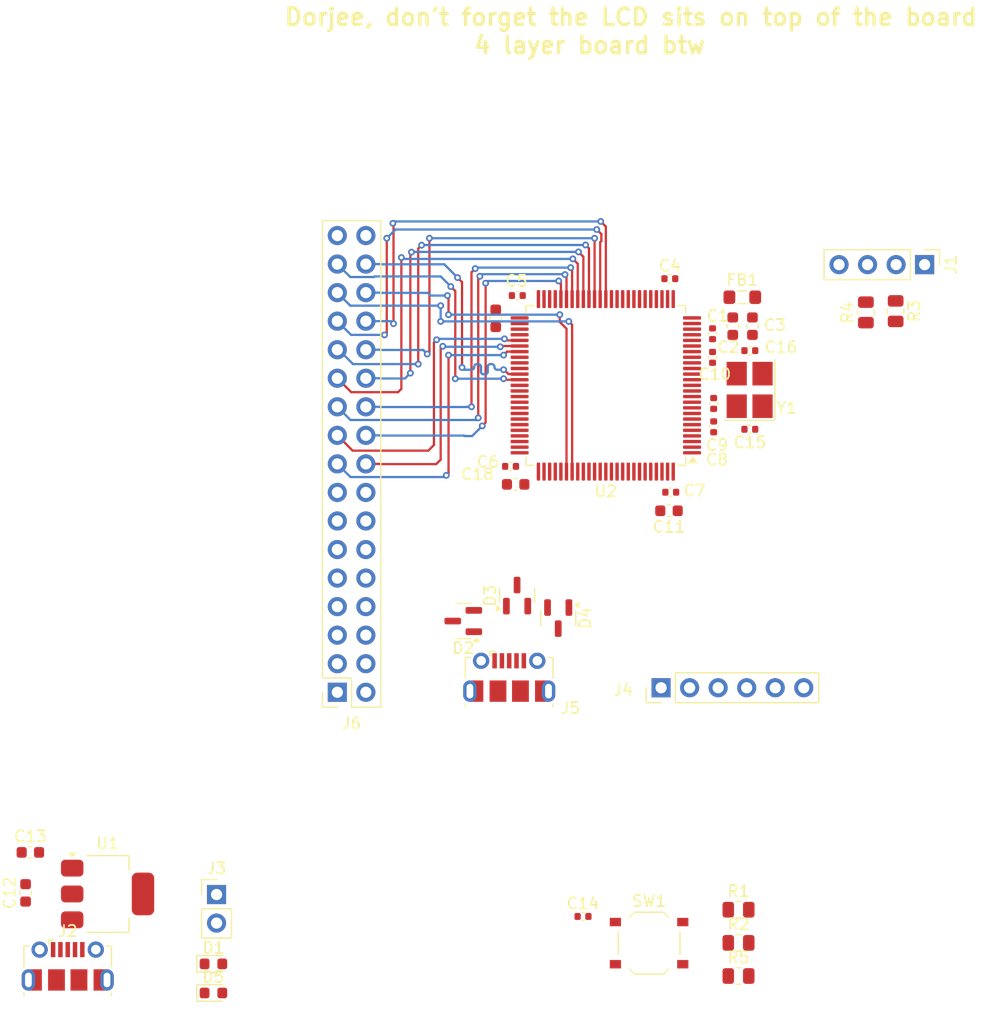
<source format=kicad_pcb>
(kicad_pcb (version 20241229) (generator "pcbnew") (generator_version "9.0")
  (layers (0 "F.Cu" signal) (4 "In1.Cu" signal) (6 "In2.Cu" signal) (2 "B.Cu" power) (13 "F.Paste" user) (15 "B.Paste" user) (5 "F.SilkS" user "F.Silkscreen") (7 "B.SilkS" user "B.Silkscreen") (1 "F.Mask" user) (3 "B.Mask" user) (25 "Edge.Cuts" user))
  (net 0 "")
  (net 1 "GND")
  (net 2 "+3.3VA")
  (net 3 "+3.3V")
  (net 4 "+5V")
  (net 5 "/SWD_NRST")
  (net 6 "/HSE_IN")
  (net 7 "/HSE_OUT")
  (net 8 "/VCAP1")
  (net 9 "/VCAP2")
  (net 10 "Net-(D1-K)")
  (net 11 "/USB_OTG_FS_VBUS")
  (net 12 "/USB_OTG_FS_D-")
  (net 13 "/USB_OTG_FS_D+")
  (net 14 "Net-(D5-A)")
  (net 15 "/USART2_RX")
  (net 16 "/USART2_TX")
  (net 26 "/SWDIO")
  (net 36 "/FMC_A16")
  (net 38 "/FMC_NOE")
  (net 39 "/LCD_NRST")
  (net 40 "/FMC_D12")
  (net 42 "/FMC_D14")
  (net 43 "/FMC_D13")
  (net 44 "/FMC_D9")
  (net 45 "/FMC_D6")
  (net 46 "/TP_SDI")
  (net 47 "/FMC_D8")
  (net 48 "/TP_IRQ")
  (net 49 "/FMC_NE1")
  (net 50 "/FMC_D7")
  (net 51 "/FMC_D3")
  (net 52 "/FMC_D15")
  (net 53 "/TP_SCK")
  (net 55 "/TP_CS")
  (net 56 "/FMC_D5")
  (net 57 "/BL_PWM")
  (net 58 "/FMC_D1")
  (net 59 "/TP_SDO")
  (net 60 "/FMC_D4")
  (net 61 "/FMC_D11")
  (net 62 "/FMC_D10")
  (net 63 "/FMC_D2")
  (net 64 "/FMC_NWE")
  (net 65 "/FMC_D0")
  (net 66 "/BOOT0")
  (net 67 "Net-(U2-PC9)")
  (net 109 "/SWDO")
  (net 110 "/SWDCLK")
  (net 113 "Net-(J1-Pin_3)")
  (net 114 "Net-(J1-Pin_2)")
  (footprint "Capacitor_SMD:C_0402_1005Metric" (layer "F.Cu") (at 192.5 77.5 -90)
    (property "Reference" "C9")
    (property "Value" "100n")
  )
  (footprint "Capacitor_SMD:C_0603_1608Metric" (layer "F.Cu") (at 131.675 117.45)
    (property "Reference" "C13")
    (property "Value" "22u")
  )
  (footprint "Button_Switch_SMD:SW_Push_1P1T_XKB_TS-1187A" (layer "F.Cu") (at 186.75 125.525)
    (property "Reference" "SW1")
    (property "Value" "SW_Push")
  )
  (footprint "Resistor_SMD:R_0805_2012Metric" (layer "F.Cu") (at 208.7 69.2875 -90)
    (property "Reference" "R3")
    (property "Value" "220R")
  )
  (footprint "Connector_USB:USB_Micro-B_Molex-105017-0001" (layer "F.Cu") (at 174.3 101.8625)
    (property "Reference" "J5")
    (property "Value" "USB_B_Micro")
  )
  (footprint "Capacitor_SMD:C_0402_1005Metric" (layer "F.Cu") (at 195.72 79.8 180)
    (property "Reference" "C15")
    (property "Value" "10p")
  )
  (footprint "Resistor_SMD:R_0805_2012Metric" (layer "F.Cu") (at 194.7125 125.5)
    (property "Reference" "R2")
    (property "Value" "10k")
  )
  (footprint "Resistor_SMD:R_0805_2012Metric" (layer "F.Cu") (at 194.7125 128.45)
    (property "Reference" "R5")
    (property "Value" "1k")
  )
  (footprint "Crystal:Crystal_SMD_3225-4Pin_3.2x2.5mm_HandSoldering" (layer "F.Cu") (at 195.7 76.3 90)
    (property "Reference" "Y1")
    (property "Value" "16MHz")
  )
  (footprint "Capacitor_SMD:C_0603_1608Metric" (layer "F.Cu") (at 194.2 70.625 -90)
    (property "Reference" "C2")
    (property "Value" "10u")
  )
  (footprint "Capacitor_SMD:C_0603_1608Metric" (layer "F.Cu") (at 131.25 121.05 90)
    (property "Reference" "C12")
    (property "Value" "22u")
  )
  (footprint "LED_SMD:LED_0603_1608Metric" (layer "F.Cu") (at 147.97 127.37)
    (property "Reference" "D1")
    (property "Value" "RED")
  )
  (footprint "Capacitor_SMD:C_0402_1005Metric" (layer "F.Cu") (at 180.87 123.15)
    (property "Reference" "C14")
    (property "Value" "100n")
  )
  (footprint "Capacitor_SMD:C_0402_1005Metric" (layer "F.Cu") (at 192.5 79.58 90)
    (property "Reference" "C8")
    (property "Value" "100n")
  )
  (footprint "Package_TO_SOT_SMD:SOT-23" (layer "F.Cu") (at 170.2125 96.8625 180)
    (property "Reference" "D2")
    (property "Value" "P6SMB6.8")
  )
  (footprint "Capacitor_SMD:C_0402_1005Metric" (layer "F.Cu") (at 195.72 72.8)
    (property "Reference" "C16")
    (property "Value" "10p")
  )
  (footprint "Capacitor_SMD:C_0603_1608Metric" (layer "F.Cu") (at 174.875 84.7 180)
    (property "Reference" "C18")
    (property "Value" "2u2")
  )
  (footprint "LED_SMD:LED_0603_1608Metric" (layer "F.Cu") (at 147.97 129.96)
    (property "Reference" "D5")
    (property "Value" "GREEN")
  )
  (footprint "Package_TO_SOT_SMD:SOT-23" (layer "F.Cu") (at 178.6625 96.6 -90)
    (property "Reference" "D4")
    (property "Value" "P6SMB6.8")
  )
  (footprint "Capacitor_SMD:C_0402_1005Metric" (layer "F.Cu") (at 175.02 67.9 180)
    (property "Reference" "C5")
    (property "Value" "100n")
  )
  (footprint "Connector_USB:USB_Micro-B_Molex-105017-0001" (layer "F.Cu") (at 135 127.5625)
    (property "Reference" "J2")
    (property "Value" "USB_B_Micro")
  )
  (footprint "Package_QFP:LQFP-100_14x14mm_P0.5mm" (layer "F.Cu") (at 182.9 75.89 180)
    (property "Reference" "U2")
    (property "Value" "STM32F429VITx")
  )
  (footprint "Package_TO_SOT_SMD:SOT-223-3_TabPin2" (layer "F.Cu") (at 138.55 121.15)
    (property "Reference" "U1")
    (property "Value" "AMS1117-3.3")
  )
  (footprint "Capacitor_SMD:C_0402_1005Metric" (layer "F.Cu") (at 188.6 66.4)
    (property "Reference" "C4")
    (property "Value" "100n")
  )
  (footprint "Capacitor_SMD:C_0402_1005Metric" (layer "F.Cu") (at 192.4 71.3 -90)
    (property "Reference" "C1")
    (property "Value" "100n")
  )
  (footprint "Connector_PinHeader_2.54mm:PinHeader_1x02_P2.54mm_Vertical" (layer "F.Cu") (at 148.25 121.2)
    (property "Reference" "J3")
    (property "Value" "Conn_01x02")
  )
  (footprint "Capacitor_SMD:C_0402_1005Metric" (layer "F.Cu") (at 188.68 85.4 180)
    (property "Reference" "C7")
    (property "Value" "100n")
  )
  (footprint "Connector_PinHeader_2.54mm:PinHeader_1x06_P2.54mm_Vertical" (layer "F.Cu") (at 187.82 102.8 90)
    (property "Reference" "J4")
    (property "Value" "Conn_01x06")
  )
  (footprint "Connector_PinHeader_2.54mm:PinHeader_1x04_P2.54mm_Vertical" (layer "F.Cu") (at 211.28 65.15 -90)
    (property "Reference" "J1")
    (property "Value" "Conn_01x04")
  )
  (footprint "Capacitor_SMD:C_0402_1005Metric" (layer "F.Cu") (at 174.42 83.1 180)
    (property "Reference" "C6")
    (property "Value" "100n")
  )
  (footprint "Capacitor_SMD:C_0402_1005Metric" (layer "F.Cu") (at 192.4 73.4 90)
    (property "Reference" "C10")
    (property "Value" "100n")
  )
  (footprint "Capacitor_SMD:C_0603_1608Metric" (layer "F.Cu") (at 195.95 70.625 -90)
    (property "Reference" "C3")
    (property "Value" "1u")
  )
  (footprint "Inductor_SMD:L_0805_2012Metric_Pad1.05x1.20mm_HandSolder" (layer "F.Cu") (at 195.05 68.05)
    (property "Reference" "FB1")
    (property "Value" "120R")
  )
  (footprint "Capacitor_SMD:C_0603_1608Metric" (layer "F.Cu") (at 188.525 87.05 180)
    (property "Reference" "C11")
    (property "Value" "10u")
  )
  (footprint "Package_TO_SOT_SMD:SOT-23" (layer "F.Cu") (at 175 94.6 90)
    (property "Reference" "D3")
    (property "Value" "P6SMB6.8")
  )
  (footprint "Capacitor_SMD:C_0603_1608Metric" (layer "F.Cu") (at 173.1 69.925 -90)
    (property "Reference" "C17" (hide yes))
    (property "Value" "2u2" (hide yes))
  )
  (footprint "Resistor_SMD:R_0805_2012Metric" (layer "F.Cu") (at 206.05 69.4 90)
    (property "Reference" "R4")
    (property "Value" "220R")
  )
  (footprint "Resistor_SMD:R_0805_2012Metric" (layer "F.Cu") (at 194.7125 122.55)
    (property "Reference" "R1")
    (property "Value" "1k")
  )
  (footprint "Connector_PinSocket_2.54mm:PinSocket_2x17_P2.54mm_Vertical" (layer "F.Cu") (at 159 103.2 180)
    (property "Reference" "J6")
    (property "Value" "2x17 odd-even connector")
  )
  (gr_text "4 layer board btw\n" (at 171 46.5 0) (layer "F.SilkS") (effects (font (size 1.5 1.5) (thickness 0.3) (bold yes)) (justify left bottom)))
  (gr_text "Dorjee, don't forget the LCD sits on top of the board" (at 154.15 44 0) (layer "F.SilkS") (effects (font (size 1.5 1.5) (thickness 0.3) (bold yes)) (justify left bottom)))
  (segment (start 178.9 68.215) (end 178.9 66.8) (width 0.2) (layer "F.Cu") (net 40))
  (segment (start 172.2 79.2) (end 171.9 79.5) (width 0.2) (layer "F.Cu") (net 40))
  (segment (start 178.9 66.8) (end 178.7 66.6) (width 0.2) (layer "F.Cu") (net 40))
  (segment (start 172.2 66.8) (end 172.2 79.2) (width 0.2) (layer "F.Cu") (net 40))
  (via (at 172.2 66.8) (size 0.6) (drill 0.3) (layers "F.Cu" "B.Cu") (net 40))
  (via (at 171.9 79.5) (size 0.6) (drill 0.3) (layers "F.Cu" "B.Cu") (net 40))
  (via (at 178.7 66.6) (size 0.6) (drill 0.3) (layers "F.Cu" "B.Cu") (net 40))
  (segment (start 162.8 80.36) (end 162.78 80.34) (width 0.2) (layer "B.Cu") (net 40))
  (segment (start 171.9 79.5) (end 171 80.4) (width 0.2) (layer "B.Cu") (net 40))
  (segment (start 170.26 80.36) (end 162.8 80.36) (width 0.2) (layer "B.Cu") (net 40))
  (segment (start 170.3 80.4) (end 170.26 80.36) (width 0.2) (layer "B.Cu") (net 40))
  (segment (start 172.4 66.6) (end 172.2 66.8) (width 0.2) (layer "B.Cu") (net 40))
  (segment (start 162.78 80.34) (end 161.54 80.34) (width 0.2) (layer "B.Cu") (net 40))
  (segment (start 178.7 66.6) (end 172.4 66.6) (width 0.2) (layer "B.Cu") (net 40))
  (segment (start 171 80.4) (end 170.3 80.4) (width 0.2) (layer "B.Cu") (net 40))
  (segment (start 168.199 72.603405) (end 168.199 82.501) (width 0.2) (layer "F.Cu") (net 42))
  (segment (start 175.225 72.39) (end 173.570103 72.39) (width 0.2) (layer "F.Cu") (net 42))
  (segment (start 162.8 82.9) (end 162.78 82.88) (width 0.2) (layer "F.Cu") (net 42))
  (segment (start 167.8 82.9) (end 162.8 82.9) (width 0.2) (layer "F.Cu") (net 42))
  (segment (start 162.78 82.88) (end 161.54 82.88) (width 0.2) (layer "F.Cu") (net 42))
  (segment (start 168.199 82.501) (end 167.8 82.9) (width 0.2) (layer "F.Cu") (net 42))
  (segment (start 173.570103 72.39) (end 173.502887 72.457216) (width 0.2) (layer "F.Cu") (net 42))
  (segment (start 168.388401 72.414004) (end 168.199 72.603405) (width 0.2) (layer "F.Cu") (net 42))
  (via (at 173.502887 72.457216) (size 0.6) (drill 0.3) (layers "F.Cu" "B.Cu") (net 42))
  (via (at 168.388401 72.414004) (size 0.6) (drill 0.3) (layers "F.Cu" "B.Cu") (net 42))
  (segment (start 173.502887 72.457216) (end 168.431613 72.457216) (width 0.2) (layer "B.Cu") (net 42))
  (segment (start 168.431613 72.457216) (end 168.388401 72.414004) (width 0.2) (layer "B.Cu") (net 42))
  (segment (start 175.225 71.89) (end 174.017995 71.89) (width 0.2) (layer "F.Cu") (net 43))
  (segment (start 167.6 72.071399) (end 167.6 81.2) (width 0.2) (layer "F.Cu") (net 43))
  (segment (start 167.6 81.2) (end 167.1 81.7) (width 0.2) (layer "F.Cu") (net 43))
  (segment (start 167.837342 71.834057) (end 167.6 72.071399) (width 0.2) (layer "F.Cu") (net 43))
  (segment (start 160.36 81.7) (end 159 80.34) (width 0.2) (layer "F.Cu") (net 43))
  (segment (start 167.1 81.7) (end 160.36 81.7) (width 0.2) (layer "F.Cu") (net 43))
  (segment (start 174.017995 71.89) (end 173.87929 71.751295) (width 0.2) (layer "F.Cu") (net 43))
  (via (at 173.87929 71.751295) (size 0.6) (drill 0.3) (layers "F.Cu" "B.Cu") (net 43))
  (via (at 167.837342 71.834057) (size 0.6) (drill 0.3) (layers "F.Cu" "B.Cu") (net 43))
  (segment (start 173.87929 71.751295) (end 167.920104 71.751295) (width 0.2) (layer "B.Cu") (net 43))
  (segment (start 167.920104 71.751295) (end 167.837342 71.834057) (width 0.2) (layer "B.Cu") (net 43))
  (segment (start 180.4 65.071676) (end 179.966207 64.637883) (width 0.2) (layer "F.Cu") (net 44))
  (segment (start 164.4 76.5) (end 160.24 76.5) (width 0.2) (layer "F.Cu") (net 44))
  (segment (start 180.4 68.215) (end 180.4 65.071676) (width 0.2) (layer "F.Cu") (net 44))
  (segment (start 160.24 76.5) (end 159 75.26) (width 0.2) (layer "F.Cu") (net 44))
  (segment (start 164.7 64.52) (end 164.7 76.2) (width 0.2) (layer "F.Cu") (net 44))
  (segment (start 164.7 76.2) (end 164.4 76.5) (width 0.2) (layer "F.Cu") (net 44))
  (via (at 164.7 64.52) (size 0.6) (drill 0.3) (layers "F.Cu" "B.Cu") (net 44))
  (via (at 179.966207 64.637883) (size 0.6) (drill 0.3) (layers "F.Cu" "B.Cu") (net 44))
  (segment (start 164.817883 64.637883) (end 164.7 64.52) (width 0.2) (layer "B.Cu") (net 44))
  (segment (start 179.966207 64.637883) (end 164.817883 64.637883) (width 0.2) (layer "B.Cu") (net 44))
  (segment (start 181.9 68.215) (end 181.9 62.8) (width 0.2) (layer "F.Cu") (net 45))
  (segment (start 167.2 62.8) (end 167.2 72.9) (width 0.2) (layer "F.Cu") (net 45))
  (segment (start 167.2 72.9) (end 167 73.1) (width 0.2) (layer "F.Cu") (net 45))
  (via (at 181.9 62.8) (size 0.6) (drill 0.3) (layers "F.Cu" "B.Cu") (net 45))
  (via (at 167 73.1) (size 0.6) (drill 0.3) (layers "F.Cu" "B.Cu") (net 45))
  (via (at 167.2 62.8) (size 0.6) (drill 0.3) (layers "F.Cu" "B.Cu") (net 45))
  (segment (start 162.8 72.74) (end 162.78 72.72) (width 0.2) (layer "B.Cu") (net 45))
  (segment (start 166.64 72.74) (end 162.8 72.74) (width 0.2) (layer "B.Cu") (net 45))
  (segment (start 162.78 72.72) (end 161.54 72.72) (width 0.2) (layer "B.Cu") (net 45))
  (segment (start 181.9 62.8) (end 167.2 62.8) (width 0.2) (layer "B.Cu") (net 45))
  (segment (start 167 73.1) (end 166.64 72.74) (width 0.2) (layer "B.Cu") (net 45))
  (segment (start 180.9 68.215) (end 180.9 64.446737) (width 0.2) (layer "F.Cu") (net 47))
  (segment (start 180.9 64.446737) (end 180.468423 64.01516) (width 0.2) (layer "F.Cu") (net 47))
  (segment (start 165.5 64.137883) (end 165.5 74.8) (width 0.2) (layer "F.Cu") (net 47))
  (segment (start 165.6 64.037883) (end 165.5 64.137883) (width 0.2) (layer "F.Cu") (net 47))
  (via (at 165.6 64.037883) (size 0.6) (drill 0.3) (layers "F.Cu" "B.Cu") (net 47))
  (via (at 180.468423 64.01516) (size 0.6) (drill 0.3) (layers "F.Cu" "B.Cu") (net 47))
  (via (at 165.5 74.8) (size 0.6) (drill 0.3) (layers "F.Cu" "B.Cu") (net 47))
  (segment (start 165.02 75.28) (end 162.8 75.28) (width 0.2) (layer "B.Cu") (net 47))
  (segment (start 162.78 75.26) (end 161.54 75.26) (width 0.2) (layer "B.Cu") (net 47))
  (segment (start 162.8 75.28) (end 162.78 75.26) (width 0.2) (layer "B.Cu") (net 47))
  (segment (start 165.5 74.8) (end 165.02 75.28) (width 0.2) (layer "B.Cu") (net 47))
  (segment (start 180.468423 64.01516) (end 165.622723 64.01516) (width 0.2) (layer "B.Cu") (net 47))
  (segment (start 165.622723 64.01516) (end 165.6 64.037883) (width 0.2) (layer "B.Cu") (net 47))
  (segment (start 166.2 63.71516) (end 166.2 74) (width 0.2) (layer "F.Cu") (net 50))
  (segment (start 181.4 63.7) (end 181.1 63.4) (width 0.2) (layer "F.Cu") (net 50))
  (segment (start 181.4 68.215) (end 181.4 63.7) (width 0.2) (layer "F.Cu") (net 50))
  (segment (start 166.5 63.41516) (end 166.2 63.71516) (width 0.2) (layer "F.Cu") (net 50))
  (via (at 166.2 74) (size 0.6) (drill 0.3) (layers "F.Cu" "B.Cu") (net 50))
  (via (at 166.5 63.41516) (size 0.6) (drill 0.3) (layers "F.Cu" "B.Cu") (net 50))
  (via (at 181.1 63.4) (size 0.6) (drill 0.3) (layers "F.Cu" "B.Cu") (net 50))
  (segment (start 159.12 72.72) (end 159 72.72) (width 0.2) (layer "B.Cu") (net 50))
  (segment (start 166.51516 63.4) (end 166.5 63.41516) (width 0.2) (layer "B.Cu") (net 50))
  (segment (start 160.4 74) (end 159.12 72.72) (width 0.2) (layer "B.Cu") (net 50))
  (segment (start 181.1 63.4) (end 166.51516 63.4) (width 0.2) (layer "B.Cu") (net 50))
  (segment (start 166.2 74) (end 160.4 74) (width 0.2) (layer "B.Cu") (net 50))
  (segment (start 179.9 70.5) (end 179.6 70.2) (width 0.2) (layer "F.Cu") (net 51))
  (segment (start 179.9 83.565) (end 179.9 70.5) (width 0.2) (layer "F.Cu") (net 51))
  (via (at 168.2 70.2) (size 0.6) (drill 0.3) (layers "F.Cu" "B.Cu") (net 51))
  (via (at 179.6 70.2) (size 0.6) (drill 0.3) (layers "F.Cu" "B.Cu") (net 51))
  (via (at 168.2 68.8) (size 0.6) (drill 0.3) (layers "F.Cu" "B.Cu") (net 51))
  (segment (start 160.16 68.8) (end 160.08 68.72) (width 0.2) (layer "B.Cu") (net 51))
  (segment (start 168.2 68.8) (end 160.16 68.8) (width 0.2) (layer "B.Cu") (net 51))
  (segment (start 168.2 70.2) (end 168.2 68.8) (width 0.2) (layer "B.Cu") (net 51))
  (segment (start 168.6 70.2) (end 168.2 70.2) (width 0.2) (layer "B.Cu") (net 51))
  (segment (start 160.171 68.811) (end 160.08 68.72) (width 0.2) (layer "B.Cu") (net 51))
  (segment (start 179.6 70.2) (end 168.6 70.2) (width 0.2) (layer "B.Cu") (net 51))
  (segment (start 160.08 68.72) (end 159 67.64) (width 0.2) (layer "B.Cu") (net 51))
  (segment (start 168.9 83.7) (end 168.7 83.9) (width 0.2) (layer "F.Cu") (net 52))
  (segment (start 174.11 72.89) (end 173.8 73.2) (width 0.2) (layer "F.Cu") (net 52))
  (segment (start 168.9 73.2) (end 168.9 83.7) (width 0.2) (layer "F.Cu") (net 52))
  (segment (start 175.225 72.89) (end 174.11 72.89) (width 0.2) (layer "F.Cu") (net 52))
  (via (at 168.9 73.2) (size 0.6) (drill 0.3) (layers "F.Cu" "B.Cu") (net 52))
  (via (at 168.7 83.9) (size 0.6) (drill 0.3) (layers "F.Cu" "B.Cu") (net 52))
  (via (at 173.8 73.2) (size 0.6) (drill 0.3) (layers "F.Cu" "B.Cu") (net 52))
  (segment (start 160.171 84.051) (end 159 82.88) (width 0.2) (layer "B.Cu") (net 52))
  (segment (start 168.549 84.051) (end 160.171 84.051) (width 0.2) (layer "B.Cu") (net 52))
  (segment (start 168.7 83.9) (end 168.549 84.051) (width 0.2) (layer "B.Cu") (net 52))
  (segment (start 173.8 73.2) (end 168.9 73.2) (width 0.2) (layer "B.Cu") (net 52))
  (segment (start 182.4 68.215) (end 182.4 63.149943) (width 0.2) (layer "F.Cu") (net 56))
  (segment (start 163.4 62.8) (end 163.4 71.2) (width 0.2) (layer "F.Cu") (net 56))
  (segment (start 182.501 62.430854) (end 182.09403 62.023884) (width 0.2) (layer "F.Cu") (net 56))
  (segment (start 182.4 63.149943) (end 182.501 63.048943) (width 0.2) (layer "F.Cu") (net 56))
  (segment (start 163.4 71.2) (end 163.2 71.4) (width 0.2) (layer "F.Cu") (net 56))
  (segment (start 182.501 63.048943) (end 182.501 62.430854) (width 0.2) (layer "F.Cu") (net 56))
  (via (at 163.4 62.8) (size 0.6) (drill 0.3) (layers "F.Cu" "B.Cu") (net 56))
  (via (at 163.2 71.4) (size 0.6) (drill 0.3) (layers "F.Cu" "B.Cu") (net 56))
  (via (at 182.09403 62.023884) (size 0.6) (drill 0.3) (layers "F.Cu" "B.Cu") (net 56))
  (segment (start 164.176116 62.023884) (end 163.4 62.8) (width 0.2) (layer "B.Cu") (net 56))
  (segment (start 163.2 71.4) (end 160.22 71.4) (width 0.2) (layer "B.Cu") (net 56))
  (segment (start 182.09403 62.023884) (end 164.176116 62.023884) (width 0.2) (layer "B.Cu") (net 56))
  (segment (start 160.22 71.4) (end 159 70.18) (width 0.2) (layer "B.Cu") (net 56))
  (segment (start 169.5 75.3) (end 169.5 67.5) (width 0.2) (layer "F.Cu") (net 58))
  (segment (start 175.225 75.39) (end 173.89 75.39) (width 0.2) (layer "F.Cu") (net 58))
  (segment (start 173.89 75.39) (end 173.8 75.3) (width 0.2) (layer "F.Cu") (net 58))
  (segment (start 169.5 67.5) (end 169.1 67.1) (width 0.2) (layer "F.Cu") (net 58))
  (via (at 169.1 67.1) (size 0.6) (drill 0.3) (layers "F.Cu" "B.Cu") (net 58))
  (via (at 169.5 75.3) (size 0.6) (drill 0.3) (layers "F.Cu" "B.Cu") (net 58))
  (via (at 173.8 75.3) (size 0.6) (drill 0.3) (layers "F.Cu" "B.Cu") (net 58))
  (segment (start 160.151 66.251) (end 159 65.1) (width 0.2) (layer "B.Cu") (net 58))
  (segment (start 169.1 67.1) (end 168.2 66.2) (width 0.2) (layer "B.Cu") (net 58))
  (segment (start 168.2 66.2) (end 162.309 66.2) (width 0.2) (layer "B.Cu") (net 58))
  (segment (start 162.309 66.2) (end 162.258 66.251) (width 0.2) (layer "B.Cu") (net 58))
  (segment (start 162.258 66.251) (end 160.151 66.251) (width 0.2) (layer "B.Cu") (net 58))
  (segment (start 173.8 75.3) (end 169.5 75.3) (width 0.2) (layer "B.Cu") (net 58))
  (segment (start 164.001 61.524899) (end 164.001 70.399) (width 0.2) (layer "F.Cu") (net 60))
  (segment (start 182.902 61.761321) (end 182.44629 61.305611) (width 0.2) (layer "F.Cu") (net 60))
  (segment (start 182.902 68.213) (end 182.902 61.761321) (width 0.2) (layer "F.Cu") (net 60))
  (segment (start 164.001 70.399) (end 164 70.4) (width 0.2) (layer "F.Cu") (net 60))
  (segment (start 163.945906 61.469805) (end 164.001 61.524899) (width 0.2) (layer "F.Cu") (net 60))
  (segment (start 182.9 68.215) (end 182.902 68.213) (width 0.2) (layer "F.Cu") (net 60))
  (via (at 164 70.4) (size 0.6) (drill 0.3) (layers "F.Cu" "B.Cu") (net 60))
  (via (at 163.945906 61.469805) (size 0.6) (drill 0.3) (layers "F.Cu" "B.Cu") (net 60))
  (via (at 182.44629 61.305611) (size 0.6) (drill 0.3) (layers "F.Cu" "B.Cu") (net 60))
  (segment (start 182.44629 61.305611) (end 164.1101 61.305611) (width 0.2) (layer "B.Cu") (net 60))
  (segment (start 164.1101 61.305611) (end 163.945906 61.469805) (width 0.2) (layer "B.Cu") (net 60))
  (segment (start 163.78 70.18) (end 161.54 70.18) (width 0.2) (layer "B.Cu") (net 60))
  (segment (start 164 70.4) (end 163.78 70.18) (width 0.2) (layer "B.Cu") (net 60))
  (segment (start 171.542228 66.331044) (end 171.542228 78.784456) (width 0.2) (layer "F.Cu") (net 61))
  (segment (start 179.4 68.215) (end 179.4 66.168626) (width 0.2) (layer "F.Cu") (net 61))
  (segment (start 179.4 66.168626) (end 179.265687 66.034313) (width 0.2) (layer "F.Cu") (net 61))
  (segment (start 171.687851 66.185421) (end 171.542228 66.331044) (width 0.2) (layer "F.Cu") (net 61))
  (via (at 171.542228 78.784456) (size 0.6) (drill 0.3) (layers "F.Cu" "B.Cu") (net 61))
  (via (at 171.687851 66.185421) (size 0.6) (drill 0.3) (layers "F.Cu" "B.Cu") (net 61))
  (via (at 179.265687 66.034313) (size 0.6) (drill 0.3) (layers "F.Cu" "B.Cu") (net 61))
  (segment (start 171.542228 78.784456) (end 171.355684 78.971) (width 0.2) (layer "B.Cu") (net 61))
  (segment (start 171.874272 65.999) (end 171.687851 66.185421) (width 0.2) (layer "B.Cu") (net 61))
  (segment (start 179.230374 65.999) (end 171.874272 65.999) (width 0.2) (layer "B.Cu") (net 61))
  (segment (start 171.355684 78.971) (end 160.171 78.971) (width 0.2) (layer "B.Cu") (net 61))
  (segment (start 179.265687 66.034313) (end 179.230374 65.999) (width 0.2) (layer "B.Cu") (net 61))
  (segment (start 160.171 78.971) (end 159 77.8) (width 0.2) (layer "B.Cu") (net 61))
  (segment (start 179.9 65.543234) (end 179.770291 65.413525) (width 0.2) (layer "F.Cu") (net 62))
  (segment (start 179.9 68.215) (end 179.9 65.543234) (width 0.2) (layer "F.Cu") (net 62))
  (segment (start 170.942228 65.832207) (end 170.942228 77.8) (width 0.2) (layer "F.Cu") (net 62))
  (segment (start 171.273125 65.50131) (end 170.942228 65.832207) (width 0.2) (layer "F.Cu") (net 62))
  (via (at 179.770291 65.413525) (size 0.6) (drill 0.3) (layers "F.Cu" "B.Cu") (net 62))
  (via (at 170.942228 77.8) (size 0.6) (drill 0.3) (layers "F.Cu" "B.Cu") (net 62))
  (via (at 171.273125 65.50131) (size 0.6) (drill 0.3) (layers "F.Cu" "B.Cu") (net 62))
  (segment (start 170.5 77.8) (end 170.48 77.82) (width 0.2) (layer "B.Cu") (net 62))
  (segment (start 162.8 77.82) (end 162.78 77.8) (width 0.2) (layer "B.Cu") (net 62))
  (segment (start 170.942228 77.8) (end 170.5 77.8) (width 0.2) (layer "B.Cu") (net 62))
  (segment (start 162.78 77.8) (end 161.54 77.8) (width 0.2) (layer "B.Cu") (net 62))
  (segment (start 179.770291 65.413525) (end 171.36091 65.413525) (width 0.2) (layer "B.Cu") (net 62))
  (segment (start 170.48 77.82) (end 162.8 77.82) (width 0.2) (layer "B.Cu") (net 62))
  (segment (start 171.36091 65.413525) (end 171.273125 65.50131) (width 0.2) (layer "B.Cu") (net 62))
  (segment (start 168.9 69.6) (end 168.9 68) (width 0.2) (layer "F.Cu") (net 63))
  (segment (start 179.4 70.849943) (end 178.8 70.249943) (width 0.2) (layer "F.Cu") (net 63))
  (segment (start 178.8 70.249943) (end 178.8 69.6) (width 0.2) (layer "F.Cu") (net 63))
  (segment (start 179.4 83.565) (end 179.4 70.849943) (width 0.2) (layer "F.Cu") (net 63))
  (segment (start 168.9 68) (end 168.8 67.9) (width 0.2) (layer "F.Cu") (net 63))
  (via (at 168.8 67.9) (size 0.6) (drill 0.3) (layers "F.Cu" "B.Cu") (net 63))
  (via (at 178.8 69.6) (size 0.6) (drill 0.3) (layers "F.Cu" "B.Cu") (net 63))
  (via (at 168.9 69.6) (size 0.6) (drill 0.3) (layers "F.Cu" "B.Cu") (net 63))
  (segment (start 167.06 67.66) (end 162.8 67.66) (width 0.2) (layer "B.Cu") (net 63))
  (segment (start 178.8 69.6) (end 168.9 69.6) (width 0.2) (layer "B.Cu") (net 63))
  (segment (start 168.8 67.9) (end 167.3 67.9) (width 0.2) (layer "B.Cu") (net 63))
  (segment (start 167.3 67.9) (end 167.06 67.66) (width 0.2) (layer "B.Cu") (net 63))
  (segment (start 162.8 67.66) (end 162.78 67.64) (width 0.2) (layer "B.Cu") (net 63))
  (segment (start 162.78 67.64) (end 161.54 67.64) (width 0.2) (layer "B.Cu") (net 63))
  (segment (start 175.225 74.89) (end 174.239943 74.89) (width 0.2) (layer "F.Cu") (net 65))
  (segment (start 173.84994 74.499997) (end 173.8 74.499997) (width 0.2) (layer "F.Cu") (net 65))
  (segment (start 170.1 74.3) (end 170.1 66.7) (width 0.2) (layer "F.Cu") (net 65))
  (segment (start 170.1 66.7) (end 169.7 66.3) (width 0.2) (layer "F.Cu") (net 65))
  (segment (start 174.239943 74.89) (end 173.84994 74.499997) (width 0.2) (layer "F.Cu") (net 65))
  (via (at 170.1 74.3) (size 0.6) (drill 0.3) (layers "F.Cu" "B.Cu") (net 65))
  (via (at 169.7 66.3) (size 0.6) (drill 0.3) (layers "F.Cu" "B.Cu") (net 65))
  (via (at 173.8 74.499997) (size 0.6) (drill 0.3) (layers "F.Cu" "B.Cu") (net 65))
  (segment (start 172.743361 73.999997) (end 172.623361 73.999997) (width 0.2) (layer "B.Cu") (net 65))
  (segment (start 162.78 65.1) (end 161.54 65.1) (width 0.2) (layer "B.Cu") (net 65))
  (segment (start 173.8 74.499997) (end 173.223361 74.499997) (width 0.2) (layer "B.Cu") (net 65))
  (segment (start 172.383361 74.499997) (end 172.383361 74.699997) (width 0.2) (layer "B.Cu") (net 65))
  (segment (start 170.385762 74.499997) (end 170.299997 74.499997) (width 0.2) (layer "B.Cu") (net 65))
  (segment (start 169.7 66.3) (end 168.52 65.12) (width 0.2) (layer "B.Cu") (net 65))
  (segment (start 170.299997 74.499997) (end 170.1 74.3) (width 0.2) (layer "B.Cu") (net 65))
  (segment (start 162.8 65.12) (end 162.78 65.1) (width 0.2) (layer "B.Cu") (net 65))
  (segment (start 172.383361 74.239997) (end 172.383361 74.259997) (width 0.2) (layer "B.Cu") (net 65))
  (segment (start 171.543361 73.999997) (end 171.423361 73.999997) (width 0.2) (layer "B.Cu") (net 65))
  (segment (start 171.783361 74.499997) (end 171.783361 74.259997) (width 0.2) (layer "B.Cu") (net 65))
  (segment (start 171.783361 74.699997) (end 171.783361 74.499997) (width 0.2) (layer "B.Cu") (net 65))
  (segment (start 170.943361 74.499997) (end 170.823361 74.499997) (width 0.2) (layer "B.Cu") (net 65))
  (segment (start 172.383361 74.259997) (end 172.383361 74.499997) (width 0.2) (layer "B.Cu") (net 65))
  (segment (start 171.183361 74.239997) (end 171.183361 74.259997) (width 0.2) (layer "B.Cu") (net 65))
  (segment (start 168.52 65.12) (end 162.8 65.12) (width 0.2) (layer "B.Cu") (net 65))
  (segment (start 171.783361 74.259997) (end 171.783361 74.239997) (width 0.2) (layer "B.Cu") (net 65))
  (segment (start 172.183361 74.899997) (end 171.983361 74.899997) (width 0.2) (layer "B.Cu") (net 65))
  (segment (start 170.823361 74.499997) (end 170.385762 74.499997) (width 0.2) (layer "B.Cu") (net 65))
  (segment (start 172.983361 74.259997) (end 172.983361 74.239997) (width 0.2) (layer "B.Cu") (net 65))
  (arc (start 172.983361 74.239997) (mid 172.913067 74.070291) (end 172.743361 73.999997) (width 0.2) (layer "B.Cu") (net 65))
  (arc (start 171.783361 74.239997) (mid 171.713067 74.070291) (end 171.543361 73.999997) (width 0.2) (layer "B.Cu") (net 65))
  (arc (start 172.623361 73.999997) (mid 172.453655 74.070291) (end 172.383361 74.239997) (width 0.2) (layer "B.Cu") (net 65))
  (arc (start 171.423361 73.999997) (mid 171.253655 74.070291) (end 171.183361 74.239997) (width 0.2) (layer "B.Cu") (net 65))
  (arc (start 173.223361 74.499997) (mid 173.053655 74.429703) (end 172.983361 74.259997) (width 0.2) (layer "B.Cu") (net 65))
  (arc (start 172.383361 74.699997) (mid 172.324782 74.841418) (end 172.183361 74.899997) (width 0.2) (layer "B.Cu") (net 65))
  (arc (start 171.183361 74.259997) (mid 171.113067 74.429703) (end 170.943361 74.499997) (width 0.2) (layer "B.Cu") (net 65))
  (arc (start 171.983361 74.899997) (mid 171.84194 74.841418) (end 171.783361 74.699997) (width 0.2) (layer "B.Cu") (net 65))
)
</source>
